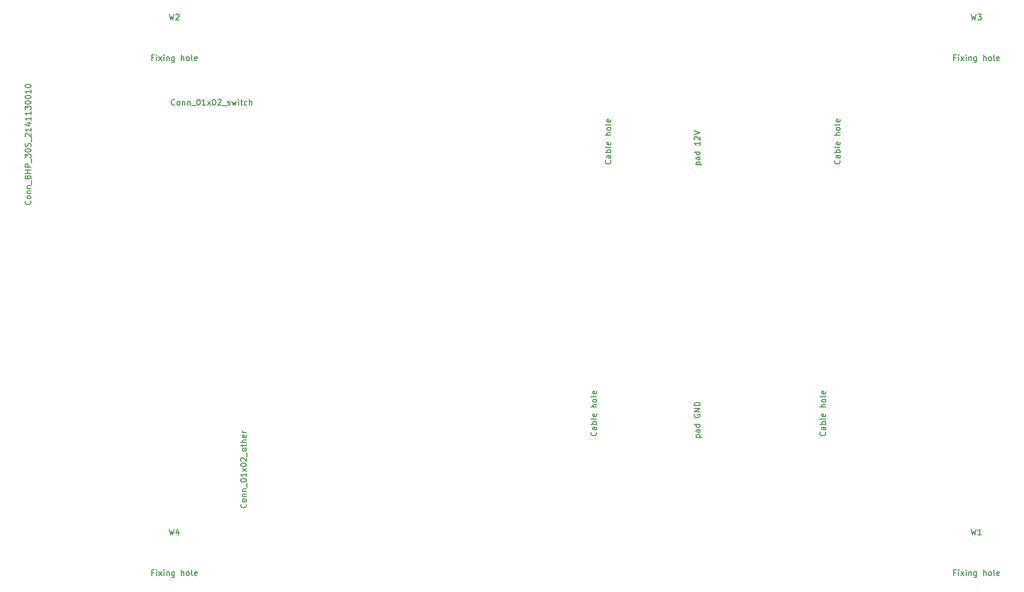
<source format=gbr>
G04 #@! TF.GenerationSoftware,KiCad,Pcbnew,(5.1.6)-1*
G04 #@! TF.CreationDate,2021-03-03T14:17:43+01:00*
G04 #@! TF.ProjectId,Busbar board,42757362-6172-4206-926f-6172642e6b69,rev?*
G04 #@! TF.SameCoordinates,PX4c4b360PY85843d4*
G04 #@! TF.FileFunction,Other,Fab,Top*
%FSLAX46Y46*%
G04 Gerber Fmt 4.6, Leading zero omitted, Abs format (unit mm)*
G04 Created by KiCad (PCBNEW (5.1.6)-1) date 2021-03-03 14:17:43*
%MOMM*%
%LPD*%
G01*
G04 APERTURE LIST*
%ADD10C,0.150000*%
G04 APERTURE END LIST*
D10*
X91087694Y67801308D02*
X92087694Y67801308D01*
X91135313Y67801308D02*
X91087694Y67896546D01*
X91087694Y68087022D01*
X91135313Y68182260D01*
X91182932Y68229880D01*
X91278170Y68277499D01*
X91563884Y68277499D01*
X91659122Y68229880D01*
X91706741Y68182260D01*
X91754360Y68087022D01*
X91754360Y67896546D01*
X91706741Y67801308D01*
X91754360Y69134641D02*
X91230551Y69134641D01*
X91135313Y69087022D01*
X91087694Y68991784D01*
X91087694Y68801308D01*
X91135313Y68706070D01*
X91706741Y69134641D02*
X91754360Y69039403D01*
X91754360Y68801308D01*
X91706741Y68706070D01*
X91611503Y68658451D01*
X91516265Y68658451D01*
X91421027Y68706070D01*
X91373408Y68801308D01*
X91373408Y69039403D01*
X91325789Y69134641D01*
X91754360Y70039403D02*
X90754360Y70039403D01*
X91706741Y70039403D02*
X91754360Y69944165D01*
X91754360Y69753689D01*
X91706741Y69658451D01*
X91659122Y69610832D01*
X91563884Y69563213D01*
X91278170Y69563213D01*
X91182932Y69610832D01*
X91135313Y69658451D01*
X91087694Y69753689D01*
X91087694Y69944165D01*
X91135313Y70039403D01*
X91754360Y71801308D02*
X91754360Y71229880D01*
X91754360Y71515594D02*
X90754360Y71515594D01*
X90897218Y71420356D01*
X90992456Y71325118D01*
X91040075Y71229880D01*
X90849599Y72182260D02*
X90801980Y72229880D01*
X90754360Y72325118D01*
X90754360Y72563213D01*
X90801980Y72658451D01*
X90849599Y72706070D01*
X90944837Y72753689D01*
X91040075Y72753689D01*
X91182932Y72706070D01*
X91754360Y72134641D01*
X91754360Y72753689D01*
X90754360Y73039403D02*
X91754360Y73372737D01*
X90754360Y73706070D01*
X91087694Y20158451D02*
X92087694Y20158451D01*
X91135313Y20158451D02*
X91087694Y20253689D01*
X91087694Y20444165D01*
X91135313Y20539403D01*
X91182932Y20587022D01*
X91278170Y20634641D01*
X91563884Y20634641D01*
X91659122Y20587022D01*
X91706741Y20539403D01*
X91754360Y20444165D01*
X91754360Y20253689D01*
X91706741Y20158451D01*
X91754360Y21491784D02*
X91230551Y21491784D01*
X91135313Y21444165D01*
X91087694Y21348927D01*
X91087694Y21158451D01*
X91135313Y21063213D01*
X91706741Y21491784D02*
X91754360Y21396546D01*
X91754360Y21158451D01*
X91706741Y21063213D01*
X91611503Y21015594D01*
X91516265Y21015594D01*
X91421027Y21063213D01*
X91373408Y21158451D01*
X91373408Y21396546D01*
X91325789Y21491784D01*
X91754360Y22396546D02*
X90754360Y22396546D01*
X91706741Y22396546D02*
X91754360Y22301308D01*
X91754360Y22110832D01*
X91706741Y22015594D01*
X91659122Y21967975D01*
X91563884Y21920356D01*
X91278170Y21920356D01*
X91182932Y21967975D01*
X91135313Y22015594D01*
X91087694Y22110832D01*
X91087694Y22301308D01*
X91135313Y22396546D01*
X90801980Y24158451D02*
X90754360Y24063213D01*
X90754360Y23920356D01*
X90801980Y23777499D01*
X90897218Y23682260D01*
X90992456Y23634641D01*
X91182932Y23587022D01*
X91325789Y23587022D01*
X91516265Y23634641D01*
X91611503Y23682260D01*
X91706741Y23777499D01*
X91754360Y23920356D01*
X91754360Y24015594D01*
X91706741Y24158451D01*
X91659122Y24206070D01*
X91325789Y24206070D01*
X91325789Y24015594D01*
X91754360Y24634641D02*
X90754360Y24634641D01*
X91754360Y25206070D01*
X90754360Y25206070D01*
X91754360Y25682260D02*
X90754360Y25682260D01*
X90754360Y25920356D01*
X90801980Y26063213D01*
X90897218Y26158451D01*
X90992456Y26206070D01*
X91182932Y26253689D01*
X91325789Y26253689D01*
X91516265Y26206070D01*
X91611503Y26158451D01*
X91706741Y26063213D01*
X91754360Y25920356D01*
X91754360Y25682260D01*
X136381112Y-3476311D02*
X136047779Y-3476311D01*
X136047779Y-4000120D02*
X136047779Y-3000120D01*
X136523969Y-3000120D01*
X136904921Y-4000120D02*
X136904921Y-3333454D01*
X136904921Y-3000120D02*
X136857302Y-3047740D01*
X136904921Y-3095359D01*
X136952540Y-3047740D01*
X136904921Y-3000120D01*
X136904921Y-3095359D01*
X137285874Y-4000120D02*
X137809683Y-3333454D01*
X137285874Y-3333454D02*
X137809683Y-4000120D01*
X138190636Y-4000120D02*
X138190636Y-3333454D01*
X138190636Y-3000120D02*
X138143017Y-3047740D01*
X138190636Y-3095359D01*
X138238255Y-3047740D01*
X138190636Y-3000120D01*
X138190636Y-3095359D01*
X138666826Y-3333454D02*
X138666826Y-4000120D01*
X138666826Y-3428692D02*
X138714445Y-3381073D01*
X138809683Y-3333454D01*
X138952540Y-3333454D01*
X139047779Y-3381073D01*
X139095398Y-3476311D01*
X139095398Y-4000120D01*
X140000160Y-3333454D02*
X140000160Y-4142978D01*
X139952540Y-4238216D01*
X139904921Y-4285835D01*
X139809683Y-4333454D01*
X139666826Y-4333454D01*
X139571588Y-4285835D01*
X140000160Y-3952501D02*
X139904921Y-4000120D01*
X139714445Y-4000120D01*
X139619207Y-3952501D01*
X139571588Y-3904882D01*
X139523969Y-3809644D01*
X139523969Y-3523930D01*
X139571588Y-3428692D01*
X139619207Y-3381073D01*
X139714445Y-3333454D01*
X139904921Y-3333454D01*
X140000160Y-3381073D01*
X141238255Y-4000120D02*
X141238255Y-3000120D01*
X141666826Y-4000120D02*
X141666826Y-3476311D01*
X141619207Y-3381073D01*
X141523969Y-3333454D01*
X141381112Y-3333454D01*
X141285874Y-3381073D01*
X141238255Y-3428692D01*
X142285874Y-4000120D02*
X142190636Y-3952501D01*
X142143017Y-3904882D01*
X142095398Y-3809644D01*
X142095398Y-3523930D01*
X142143017Y-3428692D01*
X142190636Y-3381073D01*
X142285874Y-3333454D01*
X142428731Y-3333454D01*
X142523969Y-3381073D01*
X142571588Y-3428692D01*
X142619207Y-3523930D01*
X142619207Y-3809644D01*
X142571588Y-3904882D01*
X142523969Y-3952501D01*
X142428731Y-4000120D01*
X142285874Y-4000120D01*
X143190636Y-4000120D02*
X143095398Y-3952501D01*
X143047779Y-3857263D01*
X143047779Y-3000120D01*
X143952540Y-3952501D02*
X143857302Y-4000120D01*
X143666826Y-4000120D01*
X143571588Y-3952501D01*
X143523969Y-3857263D01*
X143523969Y-3476311D01*
X143571588Y-3381073D01*
X143666826Y-3333454D01*
X143857302Y-3333454D01*
X143952540Y-3381073D01*
X144000160Y-3476311D01*
X144000160Y-3571549D01*
X143523969Y-3666787D01*
X139095398Y4099880D02*
X139333493Y3099880D01*
X139523969Y3814165D01*
X139714445Y3099880D01*
X139952540Y4099880D01*
X140857302Y3099880D02*
X140285874Y3099880D01*
X140571588Y3099880D02*
X140571588Y4099880D01*
X140476350Y3957022D01*
X140381112Y3861784D01*
X140285874Y3814165D01*
X-3618888Y86523689D02*
X-3952221Y86523689D01*
X-3952221Y85999880D02*
X-3952221Y86999880D01*
X-3476031Y86999880D01*
X-3095079Y85999880D02*
X-3095079Y86666546D01*
X-3095079Y86999880D02*
X-3142698Y86952260D01*
X-3095079Y86904641D01*
X-3047460Y86952260D01*
X-3095079Y86999880D01*
X-3095079Y86904641D01*
X-2714126Y85999880D02*
X-2190317Y86666546D01*
X-2714126Y86666546D02*
X-2190317Y85999880D01*
X-1809364Y85999880D02*
X-1809364Y86666546D01*
X-1809364Y86999880D02*
X-1856983Y86952260D01*
X-1809364Y86904641D01*
X-1761745Y86952260D01*
X-1809364Y86999880D01*
X-1809364Y86904641D01*
X-1333174Y86666546D02*
X-1333174Y85999880D01*
X-1333174Y86571308D02*
X-1285555Y86618927D01*
X-1190317Y86666546D01*
X-1047460Y86666546D01*
X-952221Y86618927D01*
X-904602Y86523689D01*
X-904602Y85999880D01*
X160Y86666546D02*
X160Y85857022D01*
X-47460Y85761784D01*
X-95079Y85714165D01*
X-190317Y85666546D01*
X-333174Y85666546D01*
X-428412Y85714165D01*
X160Y86047499D02*
X-95079Y85999880D01*
X-285555Y85999880D01*
X-380793Y86047499D01*
X-428412Y86095118D01*
X-476031Y86190356D01*
X-476031Y86476070D01*
X-428412Y86571308D01*
X-380793Y86618927D01*
X-285555Y86666546D01*
X-95079Y86666546D01*
X160Y86618927D01*
X1238255Y85999880D02*
X1238255Y86999880D01*
X1666826Y85999880D02*
X1666826Y86523689D01*
X1619207Y86618927D01*
X1523969Y86666546D01*
X1381112Y86666546D01*
X1285874Y86618927D01*
X1238255Y86571308D01*
X2285874Y85999880D02*
X2190636Y86047499D01*
X2143017Y86095118D01*
X2095398Y86190356D01*
X2095398Y86476070D01*
X2143017Y86571308D01*
X2190636Y86618927D01*
X2285874Y86666546D01*
X2428731Y86666546D01*
X2523969Y86618927D01*
X2571588Y86571308D01*
X2619207Y86476070D01*
X2619207Y86190356D01*
X2571588Y86095118D01*
X2523969Y86047499D01*
X2428731Y85999880D01*
X2285874Y85999880D01*
X3190636Y85999880D02*
X3095398Y86047499D01*
X3047779Y86142737D01*
X3047779Y86999880D01*
X3952540Y86047499D02*
X3857302Y85999880D01*
X3666826Y85999880D01*
X3571588Y86047499D01*
X3523969Y86142737D01*
X3523969Y86523689D01*
X3571588Y86618927D01*
X3666826Y86666546D01*
X3857302Y86666546D01*
X3952540Y86618927D01*
X4000160Y86523689D01*
X4000160Y86428451D01*
X3523969Y86333213D01*
X-904602Y94099880D02*
X-666507Y93099880D01*
X-476031Y93814165D01*
X-285555Y93099880D01*
X-47460Y94099880D01*
X285874Y94004641D02*
X333493Y94052260D01*
X428731Y94099880D01*
X666826Y94099880D01*
X762064Y94052260D01*
X809683Y94004641D01*
X857302Y93909403D01*
X857302Y93814165D01*
X809683Y93671308D01*
X238255Y93099880D01*
X857302Y93099880D01*
X136381112Y86523689D02*
X136047779Y86523689D01*
X136047779Y85999880D02*
X136047779Y86999880D01*
X136523969Y86999880D01*
X136904921Y85999880D02*
X136904921Y86666546D01*
X136904921Y86999880D02*
X136857302Y86952260D01*
X136904921Y86904641D01*
X136952540Y86952260D01*
X136904921Y86999880D01*
X136904921Y86904641D01*
X137285874Y85999880D02*
X137809683Y86666546D01*
X137285874Y86666546D02*
X137809683Y85999880D01*
X138190636Y85999880D02*
X138190636Y86666546D01*
X138190636Y86999880D02*
X138143017Y86952260D01*
X138190636Y86904641D01*
X138238255Y86952260D01*
X138190636Y86999880D01*
X138190636Y86904641D01*
X138666826Y86666546D02*
X138666826Y85999880D01*
X138666826Y86571308D02*
X138714445Y86618927D01*
X138809683Y86666546D01*
X138952540Y86666546D01*
X139047779Y86618927D01*
X139095398Y86523689D01*
X139095398Y85999880D01*
X140000160Y86666546D02*
X140000160Y85857022D01*
X139952540Y85761784D01*
X139904921Y85714165D01*
X139809683Y85666546D01*
X139666826Y85666546D01*
X139571588Y85714165D01*
X140000160Y86047499D02*
X139904921Y85999880D01*
X139714445Y85999880D01*
X139619207Y86047499D01*
X139571588Y86095118D01*
X139523969Y86190356D01*
X139523969Y86476070D01*
X139571588Y86571308D01*
X139619207Y86618927D01*
X139714445Y86666546D01*
X139904921Y86666546D01*
X140000160Y86618927D01*
X141238255Y85999880D02*
X141238255Y86999880D01*
X141666826Y85999880D02*
X141666826Y86523689D01*
X141619207Y86618927D01*
X141523969Y86666546D01*
X141381112Y86666546D01*
X141285874Y86618927D01*
X141238255Y86571308D01*
X142285874Y85999880D02*
X142190636Y86047499D01*
X142143017Y86095118D01*
X142095398Y86190356D01*
X142095398Y86476070D01*
X142143017Y86571308D01*
X142190636Y86618927D01*
X142285874Y86666546D01*
X142428731Y86666546D01*
X142523969Y86618927D01*
X142571588Y86571308D01*
X142619207Y86476070D01*
X142619207Y86190356D01*
X142571588Y86095118D01*
X142523969Y86047499D01*
X142428731Y85999880D01*
X142285874Y85999880D01*
X143190636Y85999880D02*
X143095398Y86047499D01*
X143047779Y86142737D01*
X143047779Y86999880D01*
X143952540Y86047499D02*
X143857302Y85999880D01*
X143666826Y85999880D01*
X143571588Y86047499D01*
X143523969Y86142737D01*
X143523969Y86523689D01*
X143571588Y86618927D01*
X143666826Y86666546D01*
X143857302Y86666546D01*
X143952540Y86618927D01*
X144000160Y86523689D01*
X144000160Y86428451D01*
X143523969Y86333213D01*
X139095398Y94099880D02*
X139333493Y93099880D01*
X139523969Y93814165D01*
X139714445Y93099880D01*
X139952540Y94099880D01*
X140238255Y94099880D02*
X140857302Y94099880D01*
X140523969Y93718927D01*
X140666826Y93718927D01*
X140762064Y93671308D01*
X140809683Y93623689D01*
X140857302Y93528451D01*
X140857302Y93290356D01*
X140809683Y93195118D01*
X140762064Y93147499D01*
X140666826Y93099880D01*
X140381112Y93099880D01*
X140285874Y93147499D01*
X140238255Y93195118D01*
X-3618888Y-3476311D02*
X-3952221Y-3476311D01*
X-3952221Y-4000120D02*
X-3952221Y-3000120D01*
X-3476031Y-3000120D01*
X-3095079Y-4000120D02*
X-3095079Y-3333454D01*
X-3095079Y-3000120D02*
X-3142698Y-3047740D01*
X-3095079Y-3095359D01*
X-3047460Y-3047740D01*
X-3095079Y-3000120D01*
X-3095079Y-3095359D01*
X-2714126Y-4000120D02*
X-2190317Y-3333454D01*
X-2714126Y-3333454D02*
X-2190317Y-4000120D01*
X-1809364Y-4000120D02*
X-1809364Y-3333454D01*
X-1809364Y-3000120D02*
X-1856983Y-3047740D01*
X-1809364Y-3095359D01*
X-1761745Y-3047740D01*
X-1809364Y-3000120D01*
X-1809364Y-3095359D01*
X-1333174Y-3333454D02*
X-1333174Y-4000120D01*
X-1333174Y-3428692D02*
X-1285555Y-3381073D01*
X-1190317Y-3333454D01*
X-1047460Y-3333454D01*
X-952221Y-3381073D01*
X-904602Y-3476311D01*
X-904602Y-4000120D01*
X160Y-3333454D02*
X160Y-4142978D01*
X-47460Y-4238216D01*
X-95079Y-4285835D01*
X-190317Y-4333454D01*
X-333174Y-4333454D01*
X-428412Y-4285835D01*
X160Y-3952501D02*
X-95079Y-4000120D01*
X-285555Y-4000120D01*
X-380793Y-3952501D01*
X-428412Y-3904882D01*
X-476031Y-3809644D01*
X-476031Y-3523930D01*
X-428412Y-3428692D01*
X-380793Y-3381073D01*
X-285555Y-3333454D01*
X-95079Y-3333454D01*
X160Y-3381073D01*
X1238255Y-4000120D02*
X1238255Y-3000120D01*
X1666826Y-4000120D02*
X1666826Y-3476311D01*
X1619207Y-3381073D01*
X1523969Y-3333454D01*
X1381112Y-3333454D01*
X1285874Y-3381073D01*
X1238255Y-3428692D01*
X2285874Y-4000120D02*
X2190636Y-3952501D01*
X2143017Y-3904882D01*
X2095398Y-3809644D01*
X2095398Y-3523930D01*
X2143017Y-3428692D01*
X2190636Y-3381073D01*
X2285874Y-3333454D01*
X2428731Y-3333454D01*
X2523969Y-3381073D01*
X2571588Y-3428692D01*
X2619207Y-3523930D01*
X2619207Y-3809644D01*
X2571588Y-3904882D01*
X2523969Y-3952501D01*
X2428731Y-4000120D01*
X2285874Y-4000120D01*
X3190636Y-4000120D02*
X3095398Y-3952501D01*
X3047779Y-3857263D01*
X3047779Y-3000120D01*
X3952540Y-3952501D02*
X3857302Y-4000120D01*
X3666826Y-4000120D01*
X3571588Y-3952501D01*
X3523969Y-3857263D01*
X3523969Y-3476311D01*
X3571588Y-3381073D01*
X3666826Y-3333454D01*
X3857302Y-3333454D01*
X3952540Y-3381073D01*
X4000160Y-3476311D01*
X4000160Y-3571549D01*
X3523969Y-3666787D01*
X-904602Y4099880D02*
X-666507Y3099880D01*
X-476031Y3814165D01*
X-285555Y3099880D01*
X-47460Y4099880D01*
X762064Y3766546D02*
X762064Y3099880D01*
X523969Y4147499D02*
X285874Y3433213D01*
X904921Y3433213D01*
X76103422Y68585336D02*
X76151041Y68537717D01*
X76198660Y68394860D01*
X76198660Y68299621D01*
X76151041Y68156764D01*
X76055803Y68061526D01*
X75960565Y68013907D01*
X75770089Y67966288D01*
X75627232Y67966288D01*
X75436756Y68013907D01*
X75341518Y68061526D01*
X75246280Y68156764D01*
X75198660Y68299621D01*
X75198660Y68394860D01*
X75246280Y68537717D01*
X75293899Y68585336D01*
X76198660Y69442479D02*
X75674851Y69442479D01*
X75579613Y69394860D01*
X75531994Y69299621D01*
X75531994Y69109145D01*
X75579613Y69013907D01*
X76151041Y69442479D02*
X76198660Y69347240D01*
X76198660Y69109145D01*
X76151041Y69013907D01*
X76055803Y68966288D01*
X75960565Y68966288D01*
X75865327Y69013907D01*
X75817708Y69109145D01*
X75817708Y69347240D01*
X75770089Y69442479D01*
X76198660Y69918669D02*
X75198660Y69918669D01*
X75579613Y69918669D02*
X75531994Y70013907D01*
X75531994Y70204383D01*
X75579613Y70299621D01*
X75627232Y70347240D01*
X75722470Y70394860D01*
X76008184Y70394860D01*
X76103422Y70347240D01*
X76151041Y70299621D01*
X76198660Y70204383D01*
X76198660Y70013907D01*
X76151041Y69918669D01*
X76198660Y70966288D02*
X76151041Y70871050D01*
X76055803Y70823431D01*
X75198660Y70823431D01*
X76151041Y71728193D02*
X76198660Y71632955D01*
X76198660Y71442479D01*
X76151041Y71347240D01*
X76055803Y71299621D01*
X75674851Y71299621D01*
X75579613Y71347240D01*
X75531994Y71442479D01*
X75531994Y71632955D01*
X75579613Y71728193D01*
X75674851Y71775812D01*
X75770089Y71775812D01*
X75865327Y71299621D01*
X76198660Y72966288D02*
X75198660Y72966288D01*
X76198660Y73394860D02*
X75674851Y73394860D01*
X75579613Y73347240D01*
X75531994Y73252002D01*
X75531994Y73109145D01*
X75579613Y73013907D01*
X75627232Y72966288D01*
X76198660Y74013907D02*
X76151041Y73918669D01*
X76103422Y73871050D01*
X76008184Y73823431D01*
X75722470Y73823431D01*
X75627232Y73871050D01*
X75579613Y73918669D01*
X75531994Y74013907D01*
X75531994Y74156764D01*
X75579613Y74252002D01*
X75627232Y74299621D01*
X75722470Y74347240D01*
X76008184Y74347240D01*
X76103422Y74299621D01*
X76151041Y74252002D01*
X76198660Y74156764D01*
X76198660Y74013907D01*
X76198660Y74918669D02*
X76151041Y74823431D01*
X76055803Y74775812D01*
X75198660Y74775812D01*
X76151041Y75680574D02*
X76198660Y75585336D01*
X76198660Y75394860D01*
X76151041Y75299621D01*
X76055803Y75252002D01*
X75674851Y75252002D01*
X75579613Y75299621D01*
X75531994Y75394860D01*
X75531994Y75585336D01*
X75579613Y75680574D01*
X75674851Y75728193D01*
X75770089Y75728193D01*
X75865327Y75252002D01*
X116103422Y68585336D02*
X116151041Y68537717D01*
X116198660Y68394860D01*
X116198660Y68299621D01*
X116151041Y68156764D01*
X116055803Y68061526D01*
X115960565Y68013907D01*
X115770089Y67966288D01*
X115627232Y67966288D01*
X115436756Y68013907D01*
X115341518Y68061526D01*
X115246280Y68156764D01*
X115198660Y68299621D01*
X115198660Y68394860D01*
X115246280Y68537717D01*
X115293899Y68585336D01*
X116198660Y69442479D02*
X115674851Y69442479D01*
X115579613Y69394860D01*
X115531994Y69299621D01*
X115531994Y69109145D01*
X115579613Y69013907D01*
X116151041Y69442479D02*
X116198660Y69347240D01*
X116198660Y69109145D01*
X116151041Y69013907D01*
X116055803Y68966288D01*
X115960565Y68966288D01*
X115865327Y69013907D01*
X115817708Y69109145D01*
X115817708Y69347240D01*
X115770089Y69442479D01*
X116198660Y69918669D02*
X115198660Y69918669D01*
X115579613Y69918669D02*
X115531994Y70013907D01*
X115531994Y70204383D01*
X115579613Y70299621D01*
X115627232Y70347240D01*
X115722470Y70394860D01*
X116008184Y70394860D01*
X116103422Y70347240D01*
X116151041Y70299621D01*
X116198660Y70204383D01*
X116198660Y70013907D01*
X116151041Y69918669D01*
X116198660Y70966288D02*
X116151041Y70871050D01*
X116055803Y70823431D01*
X115198660Y70823431D01*
X116151041Y71728193D02*
X116198660Y71632955D01*
X116198660Y71442479D01*
X116151041Y71347240D01*
X116055803Y71299621D01*
X115674851Y71299621D01*
X115579613Y71347240D01*
X115531994Y71442479D01*
X115531994Y71632955D01*
X115579613Y71728193D01*
X115674851Y71775812D01*
X115770089Y71775812D01*
X115865327Y71299621D01*
X116198660Y72966288D02*
X115198660Y72966288D01*
X116198660Y73394860D02*
X115674851Y73394860D01*
X115579613Y73347240D01*
X115531994Y73252002D01*
X115531994Y73109145D01*
X115579613Y73013907D01*
X115627232Y72966288D01*
X116198660Y74013907D02*
X116151041Y73918669D01*
X116103422Y73871050D01*
X116008184Y73823431D01*
X115722470Y73823431D01*
X115627232Y73871050D01*
X115579613Y73918669D01*
X115531994Y74013907D01*
X115531994Y74156764D01*
X115579613Y74252002D01*
X115627232Y74299621D01*
X115722470Y74347240D01*
X116008184Y74347240D01*
X116103422Y74299621D01*
X116151041Y74252002D01*
X116198660Y74156764D01*
X116198660Y74013907D01*
X116198660Y74918669D02*
X116151041Y74823431D01*
X116055803Y74775812D01*
X115198660Y74775812D01*
X116151041Y75680574D02*
X116198660Y75585336D01*
X116198660Y75394860D01*
X116151041Y75299621D01*
X116055803Y75252002D01*
X115674851Y75252002D01*
X115579613Y75299621D01*
X115531994Y75394860D01*
X115531994Y75585336D01*
X115579613Y75680574D01*
X115674851Y75728193D01*
X115770089Y75728193D01*
X115865327Y75252002D01*
X73603422Y21085336D02*
X73651041Y21037717D01*
X73698660Y20894860D01*
X73698660Y20799621D01*
X73651041Y20656764D01*
X73555803Y20561526D01*
X73460565Y20513907D01*
X73270089Y20466288D01*
X73127232Y20466288D01*
X72936756Y20513907D01*
X72841518Y20561526D01*
X72746280Y20656764D01*
X72698660Y20799621D01*
X72698660Y20894860D01*
X72746280Y21037717D01*
X72793899Y21085336D01*
X73698660Y21942479D02*
X73174851Y21942479D01*
X73079613Y21894860D01*
X73031994Y21799621D01*
X73031994Y21609145D01*
X73079613Y21513907D01*
X73651041Y21942479D02*
X73698660Y21847240D01*
X73698660Y21609145D01*
X73651041Y21513907D01*
X73555803Y21466288D01*
X73460565Y21466288D01*
X73365327Y21513907D01*
X73317708Y21609145D01*
X73317708Y21847240D01*
X73270089Y21942479D01*
X73698660Y22418669D02*
X72698660Y22418669D01*
X73079613Y22418669D02*
X73031994Y22513907D01*
X73031994Y22704383D01*
X73079613Y22799621D01*
X73127232Y22847240D01*
X73222470Y22894860D01*
X73508184Y22894860D01*
X73603422Y22847240D01*
X73651041Y22799621D01*
X73698660Y22704383D01*
X73698660Y22513907D01*
X73651041Y22418669D01*
X73698660Y23466288D02*
X73651041Y23371050D01*
X73555803Y23323431D01*
X72698660Y23323431D01*
X73651041Y24228193D02*
X73698660Y24132955D01*
X73698660Y23942479D01*
X73651041Y23847240D01*
X73555803Y23799621D01*
X73174851Y23799621D01*
X73079613Y23847240D01*
X73031994Y23942479D01*
X73031994Y24132955D01*
X73079613Y24228193D01*
X73174851Y24275812D01*
X73270089Y24275812D01*
X73365327Y23799621D01*
X73698660Y25466288D02*
X72698660Y25466288D01*
X73698660Y25894860D02*
X73174851Y25894860D01*
X73079613Y25847240D01*
X73031994Y25752002D01*
X73031994Y25609145D01*
X73079613Y25513907D01*
X73127232Y25466288D01*
X73698660Y26513907D02*
X73651041Y26418669D01*
X73603422Y26371050D01*
X73508184Y26323431D01*
X73222470Y26323431D01*
X73127232Y26371050D01*
X73079613Y26418669D01*
X73031994Y26513907D01*
X73031994Y26656764D01*
X73079613Y26752002D01*
X73127232Y26799621D01*
X73222470Y26847240D01*
X73508184Y26847240D01*
X73603422Y26799621D01*
X73651041Y26752002D01*
X73698660Y26656764D01*
X73698660Y26513907D01*
X73698660Y27418669D02*
X73651041Y27323431D01*
X73555803Y27275812D01*
X72698660Y27275812D01*
X73651041Y28180574D02*
X73698660Y28085336D01*
X73698660Y27894860D01*
X73651041Y27799621D01*
X73555803Y27752002D01*
X73174851Y27752002D01*
X73079613Y27799621D01*
X73031994Y27894860D01*
X73031994Y28085336D01*
X73079613Y28180574D01*
X73174851Y28228193D01*
X73270089Y28228193D01*
X73365327Y27752002D01*
X113603422Y21085336D02*
X113651041Y21037717D01*
X113698660Y20894860D01*
X113698660Y20799621D01*
X113651041Y20656764D01*
X113555803Y20561526D01*
X113460565Y20513907D01*
X113270089Y20466288D01*
X113127232Y20466288D01*
X112936756Y20513907D01*
X112841518Y20561526D01*
X112746280Y20656764D01*
X112698660Y20799621D01*
X112698660Y20894860D01*
X112746280Y21037717D01*
X112793899Y21085336D01*
X113698660Y21942479D02*
X113174851Y21942479D01*
X113079613Y21894860D01*
X113031994Y21799621D01*
X113031994Y21609145D01*
X113079613Y21513907D01*
X113651041Y21942479D02*
X113698660Y21847240D01*
X113698660Y21609145D01*
X113651041Y21513907D01*
X113555803Y21466288D01*
X113460565Y21466288D01*
X113365327Y21513907D01*
X113317708Y21609145D01*
X113317708Y21847240D01*
X113270089Y21942479D01*
X113698660Y22418669D02*
X112698660Y22418669D01*
X113079613Y22418669D02*
X113031994Y22513907D01*
X113031994Y22704383D01*
X113079613Y22799621D01*
X113127232Y22847240D01*
X113222470Y22894860D01*
X113508184Y22894860D01*
X113603422Y22847240D01*
X113651041Y22799621D01*
X113698660Y22704383D01*
X113698660Y22513907D01*
X113651041Y22418669D01*
X113698660Y23466288D02*
X113651041Y23371050D01*
X113555803Y23323431D01*
X112698660Y23323431D01*
X113651041Y24228193D02*
X113698660Y24132955D01*
X113698660Y23942479D01*
X113651041Y23847240D01*
X113555803Y23799621D01*
X113174851Y23799621D01*
X113079613Y23847240D01*
X113031994Y23942479D01*
X113031994Y24132955D01*
X113079613Y24228193D01*
X113174851Y24275812D01*
X113270089Y24275812D01*
X113365327Y23799621D01*
X113698660Y25466288D02*
X112698660Y25466288D01*
X113698660Y25894860D02*
X113174851Y25894860D01*
X113079613Y25847240D01*
X113031994Y25752002D01*
X113031994Y25609145D01*
X113079613Y25513907D01*
X113127232Y25466288D01*
X113698660Y26513907D02*
X113651041Y26418669D01*
X113603422Y26371050D01*
X113508184Y26323431D01*
X113222470Y26323431D01*
X113127232Y26371050D01*
X113079613Y26418669D01*
X113031994Y26513907D01*
X113031994Y26656764D01*
X113079613Y26752002D01*
X113127232Y26799621D01*
X113222470Y26847240D01*
X113508184Y26847240D01*
X113603422Y26799621D01*
X113651041Y26752002D01*
X113698660Y26656764D01*
X113698660Y26513907D01*
X113698660Y27418669D02*
X113651041Y27323431D01*
X113555803Y27275812D01*
X112698660Y27275812D01*
X113651041Y28180574D02*
X113698660Y28085336D01*
X113698660Y27894860D01*
X113651041Y27799621D01*
X113555803Y27752002D01*
X113174851Y27752002D01*
X113079613Y27799621D01*
X113031994Y27894860D01*
X113031994Y28085336D01*
X113079613Y28180574D01*
X113174851Y28228193D01*
X113270089Y28228193D01*
X113365327Y27752002D01*
X79439Y78319498D02*
X31820Y78271879D01*
X-111038Y78224260D01*
X-206276Y78224260D01*
X-349133Y78271879D01*
X-444371Y78367117D01*
X-491990Y78462355D01*
X-539609Y78652831D01*
X-539609Y78795688D01*
X-491990Y78986164D01*
X-444371Y79081402D01*
X-349133Y79176640D01*
X-206276Y79224260D01*
X-111038Y79224260D01*
X31820Y79176640D01*
X79439Y79129021D01*
X650867Y78224260D02*
X555629Y78271879D01*
X508010Y78319498D01*
X460391Y78414736D01*
X460391Y78700450D01*
X508010Y78795688D01*
X555629Y78843307D01*
X650867Y78890926D01*
X793724Y78890926D01*
X888962Y78843307D01*
X936581Y78795688D01*
X984200Y78700450D01*
X984200Y78414736D01*
X936581Y78319498D01*
X888962Y78271879D01*
X793724Y78224260D01*
X650867Y78224260D01*
X1412772Y78890926D02*
X1412772Y78224260D01*
X1412772Y78795688D02*
X1460391Y78843307D01*
X1555629Y78890926D01*
X1698486Y78890926D01*
X1793724Y78843307D01*
X1841343Y78748069D01*
X1841343Y78224260D01*
X2317534Y78890926D02*
X2317534Y78224260D01*
X2317534Y78795688D02*
X2365153Y78843307D01*
X2460391Y78890926D01*
X2603248Y78890926D01*
X2698486Y78843307D01*
X2746105Y78748069D01*
X2746105Y78224260D01*
X2984200Y78129021D02*
X3746105Y78129021D01*
X4174677Y79224260D02*
X4269915Y79224260D01*
X4365153Y79176640D01*
X4412772Y79129021D01*
X4460391Y79033783D01*
X4508010Y78843307D01*
X4508010Y78605212D01*
X4460391Y78414736D01*
X4412772Y78319498D01*
X4365153Y78271879D01*
X4269915Y78224260D01*
X4174677Y78224260D01*
X4079439Y78271879D01*
X4031820Y78319498D01*
X3984200Y78414736D01*
X3936581Y78605212D01*
X3936581Y78843307D01*
X3984200Y79033783D01*
X4031820Y79129021D01*
X4079439Y79176640D01*
X4174677Y79224260D01*
X5460391Y78224260D02*
X4888962Y78224260D01*
X5174677Y78224260D02*
X5174677Y79224260D01*
X5079439Y79081402D01*
X4984200Y78986164D01*
X4888962Y78938545D01*
X5793724Y78224260D02*
X6317534Y78890926D01*
X5793724Y78890926D02*
X6317534Y78224260D01*
X6888962Y79224260D02*
X6984200Y79224260D01*
X7079439Y79176640D01*
X7127058Y79129021D01*
X7174677Y79033783D01*
X7222296Y78843307D01*
X7222296Y78605212D01*
X7174677Y78414736D01*
X7127058Y78319498D01*
X7079439Y78271879D01*
X6984200Y78224260D01*
X6888962Y78224260D01*
X6793724Y78271879D01*
X6746105Y78319498D01*
X6698486Y78414736D01*
X6650867Y78605212D01*
X6650867Y78843307D01*
X6698486Y79033783D01*
X6746105Y79129021D01*
X6793724Y79176640D01*
X6888962Y79224260D01*
X7603248Y79129021D02*
X7650867Y79176640D01*
X7746105Y79224260D01*
X7984200Y79224260D01*
X8079439Y79176640D01*
X8127058Y79129021D01*
X8174677Y79033783D01*
X8174677Y78938545D01*
X8127058Y78795688D01*
X7555629Y78224260D01*
X8174677Y78224260D01*
X8365153Y78129021D02*
X9127058Y78129021D01*
X9317534Y78271879D02*
X9412772Y78224260D01*
X9603248Y78224260D01*
X9698486Y78271879D01*
X9746105Y78367117D01*
X9746105Y78414736D01*
X9698486Y78509974D01*
X9603248Y78557593D01*
X9460391Y78557593D01*
X9365153Y78605212D01*
X9317534Y78700450D01*
X9317534Y78748069D01*
X9365153Y78843307D01*
X9460391Y78890926D01*
X9603248Y78890926D01*
X9698486Y78843307D01*
X10079439Y78890926D02*
X10269915Y78224260D01*
X10460391Y78700450D01*
X10650867Y78224260D01*
X10841343Y78890926D01*
X11222296Y78224260D02*
X11222296Y78890926D01*
X11222296Y79224260D02*
X11174677Y79176640D01*
X11222296Y79129021D01*
X11269915Y79176640D01*
X11222296Y79224260D01*
X11222296Y79129021D01*
X11555629Y78890926D02*
X11936581Y78890926D01*
X11698486Y79224260D02*
X11698486Y78367117D01*
X11746105Y78271879D01*
X11841343Y78224260D01*
X11936581Y78224260D01*
X12698486Y78271879D02*
X12603248Y78224260D01*
X12412772Y78224260D01*
X12317534Y78271879D01*
X12269915Y78319498D01*
X12222296Y78414736D01*
X12222296Y78700450D01*
X12269915Y78795688D01*
X12317534Y78843307D01*
X12412772Y78890926D01*
X12603248Y78890926D01*
X12698486Y78843307D01*
X13127058Y78224260D02*
X13127058Y79224260D01*
X13555629Y78224260D02*
X13555629Y78748069D01*
X13508010Y78843307D01*
X13412772Y78890926D01*
X13269915Y78890926D01*
X13174677Y78843307D01*
X13127058Y78795688D01*
X12471542Y8490001D02*
X12519161Y8442382D01*
X12566780Y8299525D01*
X12566780Y8204287D01*
X12519161Y8061430D01*
X12423923Y7966192D01*
X12328685Y7918573D01*
X12138209Y7870954D01*
X11995352Y7870954D01*
X11804876Y7918573D01*
X11709638Y7966192D01*
X11614400Y8061430D01*
X11566780Y8204287D01*
X11566780Y8299525D01*
X11614400Y8442382D01*
X11662019Y8490001D01*
X12566780Y9061430D02*
X12519161Y8966192D01*
X12471542Y8918573D01*
X12376304Y8870954D01*
X12090590Y8870954D01*
X11995352Y8918573D01*
X11947733Y8966192D01*
X11900114Y9061430D01*
X11900114Y9204287D01*
X11947733Y9299525D01*
X11995352Y9347144D01*
X12090590Y9394763D01*
X12376304Y9394763D01*
X12471542Y9347144D01*
X12519161Y9299525D01*
X12566780Y9204287D01*
X12566780Y9061430D01*
X11900114Y9823335D02*
X12566780Y9823335D01*
X11995352Y9823335D02*
X11947733Y9870954D01*
X11900114Y9966192D01*
X11900114Y10109049D01*
X11947733Y10204287D01*
X12042971Y10251906D01*
X12566780Y10251906D01*
X11900114Y10728097D02*
X12566780Y10728097D01*
X11995352Y10728097D02*
X11947733Y10775716D01*
X11900114Y10870954D01*
X11900114Y11013811D01*
X11947733Y11109049D01*
X12042971Y11156668D01*
X12566780Y11156668D01*
X12662019Y11394763D02*
X12662019Y12156668D01*
X11566780Y12585240D02*
X11566780Y12680478D01*
X11614400Y12775716D01*
X11662019Y12823335D01*
X11757257Y12870954D01*
X11947733Y12918573D01*
X12185828Y12918573D01*
X12376304Y12870954D01*
X12471542Y12823335D01*
X12519161Y12775716D01*
X12566780Y12680478D01*
X12566780Y12585240D01*
X12519161Y12490001D01*
X12471542Y12442382D01*
X12376304Y12394763D01*
X12185828Y12347144D01*
X11947733Y12347144D01*
X11757257Y12394763D01*
X11662019Y12442382D01*
X11614400Y12490001D01*
X11566780Y12585240D01*
X12566780Y13870954D02*
X12566780Y13299525D01*
X12566780Y13585240D02*
X11566780Y13585240D01*
X11709638Y13490001D01*
X11804876Y13394763D01*
X11852495Y13299525D01*
X12566780Y14204287D02*
X11900114Y14728097D01*
X11900114Y14204287D02*
X12566780Y14728097D01*
X11566780Y15299525D02*
X11566780Y15394763D01*
X11614400Y15490001D01*
X11662019Y15537620D01*
X11757257Y15585240D01*
X11947733Y15632859D01*
X12185828Y15632859D01*
X12376304Y15585240D01*
X12471542Y15537620D01*
X12519161Y15490001D01*
X12566780Y15394763D01*
X12566780Y15299525D01*
X12519161Y15204287D01*
X12471542Y15156668D01*
X12376304Y15109049D01*
X12185828Y15061430D01*
X11947733Y15061430D01*
X11757257Y15109049D01*
X11662019Y15156668D01*
X11614400Y15204287D01*
X11566780Y15299525D01*
X11662019Y16013811D02*
X11614400Y16061430D01*
X11566780Y16156668D01*
X11566780Y16394763D01*
X11614400Y16490001D01*
X11662019Y16537620D01*
X11757257Y16585240D01*
X11852495Y16585240D01*
X11995352Y16537620D01*
X12566780Y15966192D01*
X12566780Y16585240D01*
X12662019Y16775716D02*
X12662019Y17537620D01*
X12566780Y17918573D02*
X12519161Y17823335D01*
X12471542Y17775716D01*
X12376304Y17728097D01*
X12090590Y17728097D01*
X11995352Y17775716D01*
X11947733Y17823335D01*
X11900114Y17918573D01*
X11900114Y18061430D01*
X11947733Y18156668D01*
X11995352Y18204287D01*
X12090590Y18251906D01*
X12376304Y18251906D01*
X12471542Y18204287D01*
X12519161Y18156668D01*
X12566780Y18061430D01*
X12566780Y17918573D01*
X11900114Y18537620D02*
X11900114Y18918573D01*
X11566780Y18680478D02*
X12423923Y18680478D01*
X12519161Y18728097D01*
X12566780Y18823335D01*
X12566780Y18918573D01*
X12566780Y19251906D02*
X11566780Y19251906D01*
X12566780Y19680478D02*
X12042971Y19680478D01*
X11947733Y19632859D01*
X11900114Y19537620D01*
X11900114Y19394763D01*
X11947733Y19299525D01*
X11995352Y19251906D01*
X12519161Y20537620D02*
X12566780Y20442382D01*
X12566780Y20251906D01*
X12519161Y20156668D01*
X12423923Y20109049D01*
X12042971Y20109049D01*
X11947733Y20156668D01*
X11900114Y20251906D01*
X11900114Y20442382D01*
X11947733Y20537620D01*
X12042971Y20585240D01*
X12138209Y20585240D01*
X12233447Y20109049D01*
X12566780Y21013811D02*
X11900114Y21013811D01*
X12090590Y21013811D02*
X11995352Y21061430D01*
X11947733Y21109049D01*
X11900114Y21204287D01*
X11900114Y21299525D01*
X-25142698Y61456308D02*
X-25095079Y61408689D01*
X-25047460Y61265832D01*
X-25047460Y61170594D01*
X-25095079Y61027737D01*
X-25190317Y60932499D01*
X-25285555Y60884880D01*
X-25476031Y60837260D01*
X-25618888Y60837260D01*
X-25809364Y60884880D01*
X-25904602Y60932499D01*
X-25999840Y61027737D01*
X-26047460Y61170594D01*
X-26047460Y61265832D01*
X-25999840Y61408689D01*
X-25952221Y61456308D01*
X-25047460Y62027737D02*
X-25095079Y61932499D01*
X-25142698Y61884880D01*
X-25237936Y61837260D01*
X-25523650Y61837260D01*
X-25618888Y61884880D01*
X-25666507Y61932499D01*
X-25714126Y62027737D01*
X-25714126Y62170594D01*
X-25666507Y62265832D01*
X-25618888Y62313451D01*
X-25523650Y62361070D01*
X-25237936Y62361070D01*
X-25142698Y62313451D01*
X-25095079Y62265832D01*
X-25047460Y62170594D01*
X-25047460Y62027737D01*
X-25714126Y62789641D02*
X-25047460Y62789641D01*
X-25618888Y62789641D02*
X-25666507Y62837260D01*
X-25714126Y62932499D01*
X-25714126Y63075356D01*
X-25666507Y63170594D01*
X-25571269Y63218213D01*
X-25047460Y63218213D01*
X-25714126Y63694403D02*
X-25047460Y63694403D01*
X-25618888Y63694403D02*
X-25666507Y63742022D01*
X-25714126Y63837260D01*
X-25714126Y63980118D01*
X-25666507Y64075356D01*
X-25571269Y64122975D01*
X-25047460Y64122975D01*
X-24952221Y64361070D02*
X-24952221Y65122975D01*
X-25618888Y65503927D02*
X-25666507Y65408689D01*
X-25714126Y65361070D01*
X-25809364Y65313451D01*
X-25856983Y65313451D01*
X-25952221Y65361070D01*
X-25999840Y65408689D01*
X-26047460Y65503927D01*
X-26047460Y65694403D01*
X-25999840Y65789641D01*
X-25952221Y65837260D01*
X-25856983Y65884880D01*
X-25809364Y65884880D01*
X-25714126Y65837260D01*
X-25666507Y65789641D01*
X-25618888Y65694403D01*
X-25618888Y65503927D01*
X-25571269Y65408689D01*
X-25523650Y65361070D01*
X-25428412Y65313451D01*
X-25237936Y65313451D01*
X-25142698Y65361070D01*
X-25095079Y65408689D01*
X-25047460Y65503927D01*
X-25047460Y65694403D01*
X-25095079Y65789641D01*
X-25142698Y65837260D01*
X-25237936Y65884880D01*
X-25428412Y65884880D01*
X-25523650Y65837260D01*
X-25571269Y65789641D01*
X-25618888Y65694403D01*
X-25047460Y66313451D02*
X-26047460Y66313451D01*
X-25571269Y66313451D02*
X-25571269Y66884880D01*
X-25047460Y66884880D02*
X-26047460Y66884880D01*
X-25047460Y67361070D02*
X-26047460Y67361070D01*
X-26047460Y67742022D01*
X-25999840Y67837260D01*
X-25952221Y67884880D01*
X-25856983Y67932499D01*
X-25714126Y67932499D01*
X-25618888Y67884880D01*
X-25571269Y67837260D01*
X-25523650Y67742022D01*
X-25523650Y67361070D01*
X-24952221Y68122975D02*
X-24952221Y68884880D01*
X-26047460Y69027737D02*
X-26047460Y69646784D01*
X-25666507Y69313451D01*
X-25666507Y69456308D01*
X-25618888Y69551546D01*
X-25571269Y69599165D01*
X-25476031Y69646784D01*
X-25237936Y69646784D01*
X-25142698Y69599165D01*
X-25095079Y69551546D01*
X-25047460Y69456308D01*
X-25047460Y69170594D01*
X-25095079Y69075356D01*
X-25142698Y69027737D01*
X-26047460Y70265832D02*
X-26047460Y70361070D01*
X-25999840Y70456308D01*
X-25952221Y70503927D01*
X-25856983Y70551546D01*
X-25666507Y70599165D01*
X-25428412Y70599165D01*
X-25237936Y70551546D01*
X-25142698Y70503927D01*
X-25095079Y70456308D01*
X-25047460Y70361070D01*
X-25047460Y70265832D01*
X-25095079Y70170594D01*
X-25142698Y70122975D01*
X-25237936Y70075356D01*
X-25428412Y70027737D01*
X-25666507Y70027737D01*
X-25856983Y70075356D01*
X-25952221Y70122975D01*
X-25999840Y70170594D01*
X-26047460Y70265832D01*
X-25095079Y70980118D02*
X-25047460Y71122975D01*
X-25047460Y71361070D01*
X-25095079Y71456308D01*
X-25142698Y71503927D01*
X-25237936Y71551546D01*
X-25333174Y71551546D01*
X-25428412Y71503927D01*
X-25476031Y71456308D01*
X-25523650Y71361070D01*
X-25571269Y71170594D01*
X-25618888Y71075356D01*
X-25666507Y71027737D01*
X-25761745Y70980118D01*
X-25856983Y70980118D01*
X-25952221Y71027737D01*
X-25999840Y71075356D01*
X-26047460Y71170594D01*
X-26047460Y71408689D01*
X-25999840Y71551546D01*
X-24952221Y71742022D02*
X-24952221Y72503927D01*
X-25952221Y72694403D02*
X-25999840Y72742022D01*
X-26047460Y72837260D01*
X-26047460Y73075356D01*
X-25999840Y73170594D01*
X-25952221Y73218213D01*
X-25856983Y73265832D01*
X-25761745Y73265832D01*
X-25618888Y73218213D01*
X-25047460Y72646784D01*
X-25047460Y73265832D01*
X-25047460Y74218213D02*
X-25047460Y73646784D01*
X-25047460Y73932499D02*
X-26047460Y73932499D01*
X-25904602Y73837260D01*
X-25809364Y73742022D01*
X-25761745Y73646784D01*
X-25714126Y75075356D02*
X-25047460Y75075356D01*
X-26095079Y74837260D02*
X-25380793Y74599165D01*
X-25380793Y75218213D01*
X-25047460Y76122975D02*
X-25047460Y75551546D01*
X-25047460Y75837260D02*
X-26047460Y75837260D01*
X-25904602Y75742022D01*
X-25809364Y75646784D01*
X-25761745Y75551546D01*
X-25047460Y77075356D02*
X-25047460Y76503927D01*
X-25047460Y76789641D02*
X-26047460Y76789641D01*
X-25904602Y76694403D01*
X-25809364Y76599165D01*
X-25761745Y76503927D01*
X-26047460Y77408689D02*
X-26047460Y78027737D01*
X-25666507Y77694403D01*
X-25666507Y77837260D01*
X-25618888Y77932499D01*
X-25571269Y77980118D01*
X-25476031Y78027737D01*
X-25237936Y78027737D01*
X-25142698Y77980118D01*
X-25095079Y77932499D01*
X-25047460Y77837260D01*
X-25047460Y77551546D01*
X-25095079Y77456308D01*
X-25142698Y77408689D01*
X-26047460Y78646784D02*
X-26047460Y78742022D01*
X-25999840Y78837260D01*
X-25952221Y78884880D01*
X-25856983Y78932499D01*
X-25666507Y78980118D01*
X-25428412Y78980118D01*
X-25237936Y78932499D01*
X-25142698Y78884880D01*
X-25095079Y78837260D01*
X-25047460Y78742022D01*
X-25047460Y78646784D01*
X-25095079Y78551546D01*
X-25142698Y78503927D01*
X-25237936Y78456308D01*
X-25428412Y78408689D01*
X-25666507Y78408689D01*
X-25856983Y78456308D01*
X-25952221Y78503927D01*
X-25999840Y78551546D01*
X-26047460Y78646784D01*
X-26047460Y79599165D02*
X-26047460Y79694403D01*
X-25999840Y79789641D01*
X-25952221Y79837260D01*
X-25856983Y79884880D01*
X-25666507Y79932499D01*
X-25428412Y79932499D01*
X-25237936Y79884880D01*
X-25142698Y79837260D01*
X-25095079Y79789641D01*
X-25047460Y79694403D01*
X-25047460Y79599165D01*
X-25095079Y79503927D01*
X-25142698Y79456308D01*
X-25237936Y79408689D01*
X-25428412Y79361070D01*
X-25666507Y79361070D01*
X-25856983Y79408689D01*
X-25952221Y79456308D01*
X-25999840Y79503927D01*
X-26047460Y79599165D01*
X-25047460Y80884880D02*
X-25047460Y80313451D01*
X-25047460Y80599165D02*
X-26047460Y80599165D01*
X-25904602Y80503927D01*
X-25809364Y80408689D01*
X-25761745Y80313451D01*
X-26047460Y81503927D02*
X-26047460Y81599165D01*
X-25999840Y81694403D01*
X-25952221Y81742022D01*
X-25856983Y81789641D01*
X-25666507Y81837260D01*
X-25428412Y81837260D01*
X-25237936Y81789641D01*
X-25142698Y81742022D01*
X-25095079Y81694403D01*
X-25047460Y81599165D01*
X-25047460Y81503927D01*
X-25095079Y81408689D01*
X-25142698Y81361070D01*
X-25237936Y81313451D01*
X-25428412Y81265832D01*
X-25666507Y81265832D01*
X-25856983Y81313451D01*
X-25952221Y81361070D01*
X-25999840Y81408689D01*
X-26047460Y81503927D01*
M02*

</source>
